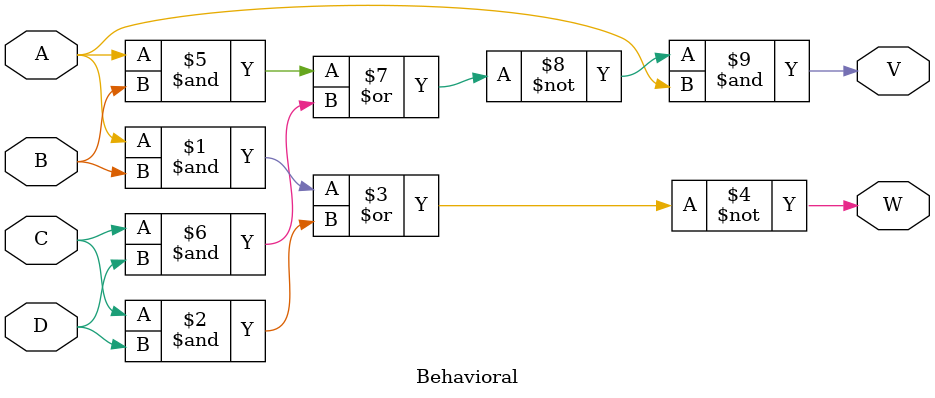
<source format=v>
module Behavioral(
    input A,
    input B,
    input C,
    input D,
    output W,
    output V
);
    assign W = (~(((A & B) | (C & D))));
    assign V = ((~(((A & B) | (C & D)))) & A);

endmodule

</source>
